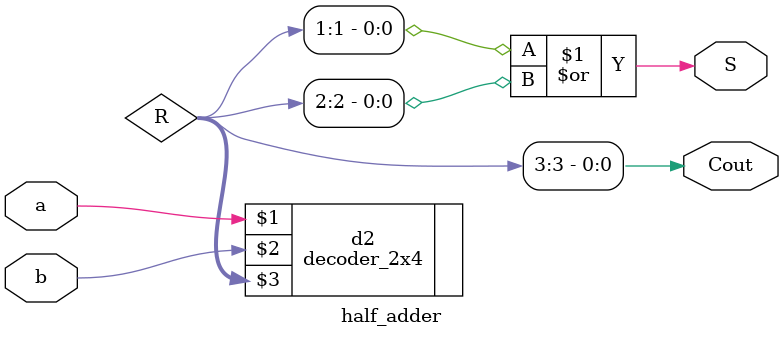
<source format=v>
`timescale 1ns / 1ps


module half_adder(
    input a,
    input b,
    output S,
    output Cout
    );
    wire [0:3] R;
    decoder_2x4 d2(a,b,R);
    or(S,R[1],R[2]);
    assign Cout = R[3];
endmodule
</source>
